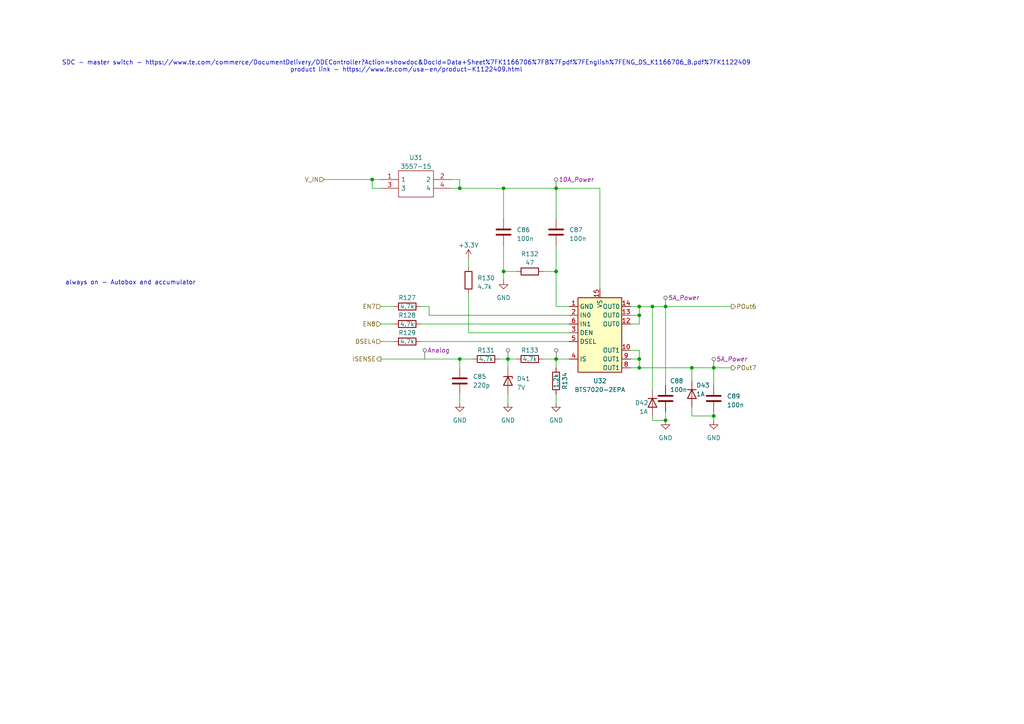
<source format=kicad_sch>
(kicad_sch
	(version 20231120)
	(generator "eeschema")
	(generator_version "8.0")
	(uuid "16f9dbf1-a3cf-49d3-a779-2fdfe894960c")
	(paper "A4")
	(title_block
		(title "PDU FT24")
		(company "Nived Jayaprakash Nambiar ")
		(comment 1 "FasTTUBe Electronics")
	)
	(lib_symbols
		(symbol "3557-15:3557-15"
			(pin_names
				(offset 0.762)
			)
			(exclude_from_sim no)
			(in_bom yes)
			(on_board yes)
			(property "Reference" "U"
				(at 16.51 7.62 0)
				(effects
					(font
						(size 1.27 1.27)
					)
					(justify left)
				)
			)
			(property "Value" "3557-15"
				(at 16.51 5.08 0)
				(effects
					(font
						(size 1.27 1.27)
					)
					(justify left)
				)
			)
			(property "Footprint" "355715"
				(at 16.51 2.54 0)
				(effects
					(font
						(size 1.27 1.27)
					)
					(justify left)
					(hide yes)
				)
			)
			(property "Datasheet" "https://componentsearchengine.com/Datasheets/1/3557-15.pdf"
				(at 16.51 0 0)
				(effects
					(font
						(size 1.27 1.27)
					)
					(justify left)
					(hide yes)
				)
			)
			(property "Description" "Fuse Holder T/H 2 IN 1 AUTO BLDE HOLDER, BLUE 15A"
				(at 16.51 -2.54 0)
				(effects
					(font
						(size 1.27 1.27)
					)
					(justify left)
					(hide yes)
				)
			)
			(property "Height" "7.37"
				(at 16.51 -5.08 0)
				(effects
					(font
						(size 1.27 1.27)
					)
					(justify left)
					(hide yes)
				)
			)
			(property "heisener Part Number" ""
				(at 16.51 -7.62 0)
				(effects
					(font
						(size 1.27 1.27)
					)
					(justify left)
					(hide yes)
				)
			)
			(property "heisener Price/Stock" ""
				(at 16.51 -10.16 0)
				(effects
					(font
						(size 1.27 1.27)
					)
					(justify left)
					(hide yes)
				)
			)
			(property "Manufacturer_Name" "Keystone Electronics"
				(at 16.51 -12.7 0)
				(effects
					(font
						(size 1.27 1.27)
					)
					(justify left)
					(hide yes)
				)
			)
			(property "Manufacturer_Part_Number" "3557-15"
				(at 16.51 -15.24 0)
				(effects
					(font
						(size 1.27 1.27)
					)
					(justify left)
					(hide yes)
				)
			)
			(symbol "3557-15_0_0"
				(pin passive line
					(at 0 0 0)
					(length 5.08)
					(name "1"
						(effects
							(font
								(size 1.27 1.27)
							)
						)
					)
					(number "1"
						(effects
							(font
								(size 1.27 1.27)
							)
						)
					)
				)
				(pin passive line
					(at 20.32 0 180)
					(length 5.08)
					(name "2"
						(effects
							(font
								(size 1.27 1.27)
							)
						)
					)
					(number "2"
						(effects
							(font
								(size 1.27 1.27)
							)
						)
					)
				)
				(pin passive line
					(at 0 -2.54 0)
					(length 5.08)
					(name "3"
						(effects
							(font
								(size 1.27 1.27)
							)
						)
					)
					(number "3"
						(effects
							(font
								(size 1.27 1.27)
							)
						)
					)
				)
				(pin passive line
					(at 20.32 -2.54 180)
					(length 5.08)
					(name "4"
						(effects
							(font
								(size 1.27 1.27)
							)
						)
					)
					(number "4"
						(effects
							(font
								(size 1.27 1.27)
							)
						)
					)
				)
			)
			(symbol "3557-15_0_1"
				(polyline
					(pts
						(xy 5.08 2.54) (xy 15.24 2.54) (xy 15.24 -5.08) (xy 5.08 -5.08) (xy 5.08 2.54)
					)
					(stroke
						(width 0.1524)
						(type solid)
					)
					(fill
						(type none)
					)
				)
			)
		)
		(symbol "Device:C"
			(pin_numbers hide)
			(pin_names
				(offset 0.254)
			)
			(exclude_from_sim no)
			(in_bom yes)
			(on_board yes)
			(property "Reference" "C"
				(at 0.635 2.54 0)
				(effects
					(font
						(size 1.27 1.27)
					)
					(justify left)
				)
			)
			(property "Value" "C"
				(at 0.635 -2.54 0)
				(effects
					(font
						(size 1.27 1.27)
					)
					(justify left)
				)
			)
			(property "Footprint" ""
				(at 0.9652 -3.81 0)
				(effects
					(font
						(size 1.27 1.27)
					)
					(hide yes)
				)
			)
			(property "Datasheet" "~"
				(at 0 0 0)
				(effects
					(font
						(size 1.27 1.27)
					)
					(hide yes)
				)
			)
			(property "Description" "Unpolarized capacitor"
				(at 0 0 0)
				(effects
					(font
						(size 1.27 1.27)
					)
					(hide yes)
				)
			)
			(property "ki_keywords" "cap capacitor"
				(at 0 0 0)
				(effects
					(font
						(size 1.27 1.27)
					)
					(hide yes)
				)
			)
			(property "ki_fp_filters" "C_*"
				(at 0 0 0)
				(effects
					(font
						(size 1.27 1.27)
					)
					(hide yes)
				)
			)
			(symbol "C_0_1"
				(polyline
					(pts
						(xy -2.032 -0.762) (xy 2.032 -0.762)
					)
					(stroke
						(width 0.508)
						(type default)
					)
					(fill
						(type none)
					)
				)
				(polyline
					(pts
						(xy -2.032 0.762) (xy 2.032 0.762)
					)
					(stroke
						(width 0.508)
						(type default)
					)
					(fill
						(type none)
					)
				)
			)
			(symbol "C_1_1"
				(pin passive line
					(at 0 3.81 270)
					(length 2.794)
					(name "~"
						(effects
							(font
								(size 1.27 1.27)
							)
						)
					)
					(number "1"
						(effects
							(font
								(size 1.27 1.27)
							)
						)
					)
				)
				(pin passive line
					(at 0 -3.81 90)
					(length 2.794)
					(name "~"
						(effects
							(font
								(size 1.27 1.27)
							)
						)
					)
					(number "2"
						(effects
							(font
								(size 1.27 1.27)
							)
						)
					)
				)
			)
		)
		(symbol "Device:D"
			(pin_numbers hide)
			(pin_names
				(offset 1.016) hide)
			(exclude_from_sim no)
			(in_bom yes)
			(on_board yes)
			(property "Reference" "D"
				(at 0 2.54 0)
				(effects
					(font
						(size 1.27 1.27)
					)
				)
			)
			(property "Value" "D"
				(at 0 -2.54 0)
				(effects
					(font
						(size 1.27 1.27)
					)
				)
			)
			(property "Footprint" ""
				(at 0 0 0)
				(effects
					(font
						(size 1.27 1.27)
					)
					(hide yes)
				)
			)
			(property "Datasheet" "~"
				(at 0 0 0)
				(effects
					(font
						(size 1.27 1.27)
					)
					(hide yes)
				)
			)
			(property "Description" "Diode"
				(at 0 0 0)
				(effects
					(font
						(size 1.27 1.27)
					)
					(hide yes)
				)
			)
			(property "Sim.Device" "D"
				(at 0 0 0)
				(effects
					(font
						(size 1.27 1.27)
					)
					(hide yes)
				)
			)
			(property "Sim.Pins" "1=K 2=A"
				(at 0 0 0)
				(effects
					(font
						(size 1.27 1.27)
					)
					(hide yes)
				)
			)
			(property "ki_keywords" "diode"
				(at 0 0 0)
				(effects
					(font
						(size 1.27 1.27)
					)
					(hide yes)
				)
			)
			(property "ki_fp_filters" "TO-???* *_Diode_* *SingleDiode* D_*"
				(at 0 0 0)
				(effects
					(font
						(size 1.27 1.27)
					)
					(hide yes)
				)
			)
			(symbol "D_0_1"
				(polyline
					(pts
						(xy -1.27 1.27) (xy -1.27 -1.27)
					)
					(stroke
						(width 0.254)
						(type default)
					)
					(fill
						(type none)
					)
				)
				(polyline
					(pts
						(xy 1.27 0) (xy -1.27 0)
					)
					(stroke
						(width 0)
						(type default)
					)
					(fill
						(type none)
					)
				)
				(polyline
					(pts
						(xy 1.27 1.27) (xy 1.27 -1.27) (xy -1.27 0) (xy 1.27 1.27)
					)
					(stroke
						(width 0.254)
						(type default)
					)
					(fill
						(type none)
					)
				)
			)
			(symbol "D_1_1"
				(pin passive line
					(at -3.81 0 0)
					(length 2.54)
					(name "K"
						(effects
							(font
								(size 1.27 1.27)
							)
						)
					)
					(number "1"
						(effects
							(font
								(size 1.27 1.27)
							)
						)
					)
				)
				(pin passive line
					(at 3.81 0 180)
					(length 2.54)
					(name "A"
						(effects
							(font
								(size 1.27 1.27)
							)
						)
					)
					(number "2"
						(effects
							(font
								(size 1.27 1.27)
							)
						)
					)
				)
			)
		)
		(symbol "Device:D_Zener"
			(pin_numbers hide)
			(pin_names
				(offset 1.016) hide)
			(exclude_from_sim no)
			(in_bom yes)
			(on_board yes)
			(property "Reference" "D"
				(at 0 2.54 0)
				(effects
					(font
						(size 1.27 1.27)
					)
				)
			)
			(property "Value" "D_Zener"
				(at 0 -2.54 0)
				(effects
					(font
						(size 1.27 1.27)
					)
				)
			)
			(property "Footprint" ""
				(at 0 0 0)
				(effects
					(font
						(size 1.27 1.27)
					)
					(hide yes)
				)
			)
			(property "Datasheet" "~"
				(at 0 0 0)
				(effects
					(font
						(size 1.27 1.27)
					)
					(hide yes)
				)
			)
			(property "Description" "Zener diode"
				(at 0 0 0)
				(effects
					(font
						(size 1.27 1.27)
					)
					(hide yes)
				)
			)
			(property "ki_keywords" "diode"
				(at 0 0 0)
				(effects
					(font
						(size 1.27 1.27)
					)
					(hide yes)
				)
			)
			(property "ki_fp_filters" "TO-???* *_Diode_* *SingleDiode* D_*"
				(at 0 0 0)
				(effects
					(font
						(size 1.27 1.27)
					)
					(hide yes)
				)
			)
			(symbol "D_Zener_0_1"
				(polyline
					(pts
						(xy 1.27 0) (xy -1.27 0)
					)
					(stroke
						(width 0)
						(type default)
					)
					(fill
						(type none)
					)
				)
				(polyline
					(pts
						(xy -1.27 -1.27) (xy -1.27 1.27) (xy -0.762 1.27)
					)
					(stroke
						(width 0.254)
						(type default)
					)
					(fill
						(type none)
					)
				)
				(polyline
					(pts
						(xy 1.27 -1.27) (xy 1.27 1.27) (xy -1.27 0) (xy 1.27 -1.27)
					)
					(stroke
						(width 0.254)
						(type default)
					)
					(fill
						(type none)
					)
				)
			)
			(symbol "D_Zener_1_1"
				(pin passive line
					(at -3.81 0 0)
					(length 2.54)
					(name "K"
						(effects
							(font
								(size 1.27 1.27)
							)
						)
					)
					(number "1"
						(effects
							(font
								(size 1.27 1.27)
							)
						)
					)
				)
				(pin passive line
					(at 3.81 0 180)
					(length 2.54)
					(name "A"
						(effects
							(font
								(size 1.27 1.27)
							)
						)
					)
					(number "2"
						(effects
							(font
								(size 1.27 1.27)
							)
						)
					)
				)
			)
		)
		(symbol "Device:R"
			(pin_numbers hide)
			(pin_names
				(offset 0)
			)
			(exclude_from_sim no)
			(in_bom yes)
			(on_board yes)
			(property "Reference" "R"
				(at 2.032 0 90)
				(effects
					(font
						(size 1.27 1.27)
					)
				)
			)
			(property "Value" "R"
				(at 0 0 90)
				(effects
					(font
						(size 1.27 1.27)
					)
				)
			)
			(property "Footprint" ""
				(at -1.778 0 90)
				(effects
					(font
						(size 1.27 1.27)
					)
					(hide yes)
				)
			)
			(property "Datasheet" "~"
				(at 0 0 0)
				(effects
					(font
						(size 1.27 1.27)
					)
					(hide yes)
				)
			)
			(property "Description" "Resistor"
				(at 0 0 0)
				(effects
					(font
						(size 1.27 1.27)
					)
					(hide yes)
				)
			)
			(property "ki_keywords" "R res resistor"
				(at 0 0 0)
				(effects
					(font
						(size 1.27 1.27)
					)
					(hide yes)
				)
			)
			(property "ki_fp_filters" "R_*"
				(at 0 0 0)
				(effects
					(font
						(size 1.27 1.27)
					)
					(hide yes)
				)
			)
			(symbol "R_0_1"
				(rectangle
					(start -1.016 -2.54)
					(end 1.016 2.54)
					(stroke
						(width 0.254)
						(type default)
					)
					(fill
						(type none)
					)
				)
			)
			(symbol "R_1_1"
				(pin passive line
					(at 0 3.81 270)
					(length 1.27)
					(name "~"
						(effects
							(font
								(size 1.27 1.27)
							)
						)
					)
					(number "1"
						(effects
							(font
								(size 1.27 1.27)
							)
						)
					)
				)
				(pin passive line
					(at 0 -3.81 90)
					(length 1.27)
					(name "~"
						(effects
							(font
								(size 1.27 1.27)
							)
						)
					)
					(number "2"
						(effects
							(font
								(size 1.27 1.27)
							)
						)
					)
				)
			)
		)
		(symbol "PROFET:BTS7020-2EPA"
			(exclude_from_sim no)
			(in_bom yes)
			(on_board yes)
			(property "Reference" "U32"
				(at 0 -13.97 0)
				(effects
					(font
						(size 1.27 1.27)
					)
				)
			)
			(property "Value" "BTS7020-2EPA"
				(at 0 -16.51 0)
				(effects
					(font
						(size 1.27 1.27)
					)
				)
			)
			(property "Footprint" "Package_SO:Infineon_PG-TSDSO-14-22"
				(at -22.86 -12.7 0)
				(effects
					(font
						(size 1.27 1.27)
					)
					(hide yes)
				)
			)
			(property "Datasheet" "https://www.infineon.com/dgdl/Infineon-BTS7020-2EPA-DataSheet-v01_10-EN.pdf?fileId=5546d4625ee5d4cd015f10627dfb6ca3"
				(at -3.81 -19.05 0)
				(effects
					(font
						(size 1.27 1.27)
					)
					(hide yes)
				)
			)
			(property "Description" "Smart High-Side Power Switch, PROFET, Two Channel, 12V, 5A, Rds(on) 23.7mΩ, PG-TSDSO-14-22"
				(at 0 0 0)
				(effects
					(font
						(size 1.27 1.27)
					)
					(hide yes)
				)
			)
			(property "ki_keywords" "BTS7004"
				(at 0 0 0)
				(effects
					(font
						(size 1.27 1.27)
					)
					(hide yes)
				)
			)
			(property "ki_fp_filters" "Infineon*TSDSO*22*"
				(at 0 0 0)
				(effects
					(font
						(size 1.27 1.27)
					)
					(hide yes)
				)
			)
			(symbol "BTS7020-2EPA_0_0"
				(pin input line
					(at -8.89 -2.54 0)
					(length 2.54)
					(name "DSEL"
						(effects
							(font
								(size 1.27 1.27)
							)
						)
					)
					(number "5"
						(effects
							(font
								(size 1.27 1.27)
							)
						)
					)
				)
				(pin input line
					(at -8.89 2.54 0)
					(length 2.54)
					(name "IN1"
						(effects
							(font
								(size 1.27 1.27)
							)
						)
					)
					(number "6"
						(effects
							(font
								(size 1.27 1.27)
							)
						)
					)
				)
			)
			(symbol "BTS7020-2EPA_0_1"
				(rectangle
					(start -6.35 10.16)
					(end 6.35 -11.43)
					(stroke
						(width 0.254)
						(type default)
					)
					(fill
						(type background)
					)
				)
			)
			(symbol "BTS7020-2EPA_1_1"
				(pin power_out line
					(at -8.89 7.62 0)
					(length 2.54)
					(name "GND"
						(effects
							(font
								(size 1.27 1.27)
							)
						)
					)
					(number "1"
						(effects
							(font
								(size 1.27 1.27)
							)
						)
					)
				)
				(pin passive line
					(at 8.89 -5.08 180)
					(length 2.54)
					(name "OUT1"
						(effects
							(font
								(size 1.27 1.27)
							)
						)
					)
					(number "10"
						(effects
							(font
								(size 1.27 1.27)
							)
						)
					)
				)
				(pin no_connect line
					(at 8.89 -1.27 180)
					(length 2.54) hide
					(name "NC"
						(effects
							(font
								(size 1.27 1.27)
							)
						)
					)
					(number "11"
						(effects
							(font
								(size 1.27 1.27)
							)
						)
					)
				)
				(pin passive line
					(at 8.89 2.54 180)
					(length 2.54)
					(name "OUT0"
						(effects
							(font
								(size 1.27 1.27)
							)
						)
					)
					(number "12"
						(effects
							(font
								(size 1.27 1.27)
							)
						)
					)
				)
				(pin passive line
					(at 8.89 5.08 180)
					(length 2.54)
					(name "OUT0"
						(effects
							(font
								(size 1.27 1.27)
							)
						)
					)
					(number "13"
						(effects
							(font
								(size 1.27 1.27)
							)
						)
					)
				)
				(pin output line
					(at 8.89 7.62 180)
					(length 2.54)
					(name "OUT0"
						(effects
							(font
								(size 1.27 1.27)
							)
						)
					)
					(number "14"
						(effects
							(font
								(size 1.27 1.27)
							)
						)
					)
				)
				(pin input line
					(at 0 12.7 270)
					(length 2.54)
					(name "VS"
						(effects
							(font
								(size 1.27 1.27)
							)
						)
					)
					(number "15"
						(effects
							(font
								(size 1.27 1.27)
							)
						)
					)
				)
				(pin input line
					(at -8.89 5.08 0)
					(length 2.54)
					(name "IN0"
						(effects
							(font
								(size 1.27 1.27)
							)
						)
					)
					(number "2"
						(effects
							(font
								(size 1.27 1.27)
							)
						)
					)
				)
				(pin input line
					(at -8.89 0 0)
					(length 2.54)
					(name "DEN"
						(effects
							(font
								(size 1.27 1.27)
							)
						)
					)
					(number "3"
						(effects
							(font
								(size 1.27 1.27)
							)
						)
					)
				)
				(pin output line
					(at -8.89 -7.62 0)
					(length 2.54)
					(name "IS"
						(effects
							(font
								(size 1.27 1.27)
							)
						)
					)
					(number "4"
						(effects
							(font
								(size 1.27 1.27)
							)
						)
					)
				)
				(pin no_connect line
					(at -8.89 -10.16 0)
					(length 2.54) hide
					(name "NC"
						(effects
							(font
								(size 1.27 1.27)
							)
						)
					)
					(number "7"
						(effects
							(font
								(size 1.27 1.27)
							)
						)
					)
				)
				(pin output line
					(at 8.89 -10.16 180)
					(length 2.54)
					(name "OUT1"
						(effects
							(font
								(size 1.27 1.27)
							)
						)
					)
					(number "8"
						(effects
							(font
								(size 1.27 1.27)
							)
						)
					)
				)
				(pin passive line
					(at 8.89 -7.62 180)
					(length 2.54)
					(name "OUT1"
						(effects
							(font
								(size 1.27 1.27)
							)
						)
					)
					(number "9"
						(effects
							(font
								(size 1.27 1.27)
							)
						)
					)
				)
			)
		)
		(symbol "power:+3.3V"
			(power)
			(pin_names
				(offset 0)
			)
			(exclude_from_sim no)
			(in_bom yes)
			(on_board yes)
			(property "Reference" "#PWR"
				(at 0 -3.81 0)
				(effects
					(font
						(size 1.27 1.27)
					)
					(hide yes)
				)
			)
			(property "Value" "+3.3V"
				(at 0 3.556 0)
				(effects
					(font
						(size 1.27 1.27)
					)
				)
			)
			(property "Footprint" ""
				(at 0 0 0)
				(effects
					(font
						(size 1.27 1.27)
					)
					(hide yes)
				)
			)
			(property "Datasheet" ""
				(at 0 0 0)
				(effects
					(font
						(size 1.27 1.27)
					)
					(hide yes)
				)
			)
			(property "Description" "Power symbol creates a global label with name \"+3.3V\""
				(at 0 0 0)
				(effects
					(font
						(size 1.27 1.27)
					)
					(hide yes)
				)
			)
			(property "ki_keywords" "global power"
				(at 0 0 0)
				(effects
					(font
						(size 1.27 1.27)
					)
					(hide yes)
				)
			)
			(symbol "+3.3V_0_1"
				(polyline
					(pts
						(xy -0.762 1.27) (xy 0 2.54)
					)
					(stroke
						(width 0)
						(type default)
					)
					(fill
						(type none)
					)
				)
				(polyline
					(pts
						(xy 0 0) (xy 0 2.54)
					)
					(stroke
						(width 0)
						(type default)
					)
					(fill
						(type none)
					)
				)
				(polyline
					(pts
						(xy 0 2.54) (xy 0.762 1.27)
					)
					(stroke
						(width 0)
						(type default)
					)
					(fill
						(type none)
					)
				)
			)
			(symbol "+3.3V_1_1"
				(pin power_in line
					(at 0 0 90)
					(length 0) hide
					(name "+3.3V"
						(effects
							(font
								(size 1.27 1.27)
							)
						)
					)
					(number "1"
						(effects
							(font
								(size 1.27 1.27)
							)
						)
					)
				)
			)
		)
		(symbol "power:GND"
			(power)
			(pin_names
				(offset 0)
			)
			(exclude_from_sim no)
			(in_bom yes)
			(on_board yes)
			(property "Reference" "#PWR"
				(at 0 -6.35 0)
				(effects
					(font
						(size 1.27 1.27)
					)
					(hide yes)
				)
			)
			(property "Value" "GND"
				(at 0 -3.81 0)
				(effects
					(font
						(size 1.27 1.27)
					)
				)
			)
			(property "Footprint" ""
				(at 0 0 0)
				(effects
					(font
						(size 1.27 1.27)
					)
					(hide yes)
				)
			)
			(property "Datasheet" ""
				(at 0 0 0)
				(effects
					(font
						(size 1.27 1.27)
					)
					(hide yes)
				)
			)
			(property "Description" "Power symbol creates a global label with name \"GND\" , ground"
				(at 0 0 0)
				(effects
					(font
						(size 1.27 1.27)
					)
					(hide yes)
				)
			)
			(property "ki_keywords" "global power"
				(at 0 0 0)
				(effects
					(font
						(size 1.27 1.27)
					)
					(hide yes)
				)
			)
			(symbol "GND_0_1"
				(polyline
					(pts
						(xy 0 0) (xy 0 -1.27) (xy 1.27 -1.27) (xy 0 -2.54) (xy -1.27 -1.27) (xy 0 -1.27)
					)
					(stroke
						(width 0)
						(type default)
					)
					(fill
						(type none)
					)
				)
			)
			(symbol "GND_1_1"
				(pin power_in line
					(at 0 0 270)
					(length 0) hide
					(name "GND"
						(effects
							(font
								(size 1.27 1.27)
							)
						)
					)
					(number "1"
						(effects
							(font
								(size 1.27 1.27)
							)
						)
					)
				)
			)
		)
	)
	(junction
		(at 161.29 104.14)
		(diameter 0)
		(color 0 0 0 0)
		(uuid "043fae29-32ea-4263-84da-1ac11e65a934")
	)
	(junction
		(at 107.95 52.07)
		(diameter 0)
		(color 0 0 0 0)
		(uuid "11e30cdc-7b49-47de-830e-b45d9c006f40")
	)
	(junction
		(at 185.42 104.14)
		(diameter 0)
		(color 0 0 0 0)
		(uuid "248d61b5-542e-40b7-afaf-3a5e19d8b17a")
	)
	(junction
		(at 207.01 120.65)
		(diameter 0)
		(color 0 0 0 0)
		(uuid "28399d1c-9385-4540-b360-b0f7591b9450")
	)
	(junction
		(at 161.29 54.61)
		(diameter 0)
		(color 0 0 0 0)
		(uuid "355bffb6-d137-42d9-9e99-9c97c751e71f")
	)
	(junction
		(at 133.35 54.61)
		(diameter 0)
		(color 0 0 0 0)
		(uuid "45d2a6f4-306f-4f6f-af75-7fa61b7b035c")
	)
	(junction
		(at 200.66 106.68)
		(diameter 0)
		(color 0 0 0 0)
		(uuid "5b1cec53-847c-4954-8dd6-c35782e78c55")
	)
	(junction
		(at 147.32 104.14)
		(diameter 0)
		(color 0 0 0 0)
		(uuid "8b370fdc-025e-4a28-9f04-14b9809ff4be")
	)
	(junction
		(at 189.23 88.9)
		(diameter 0)
		(color 0 0 0 0)
		(uuid "8e433090-154f-4624-afe3-64f27094f804")
	)
	(junction
		(at 146.05 54.61)
		(diameter 0)
		(color 0 0 0 0)
		(uuid "941bcaae-5c06-4969-9a50-9bcb9ae3b649")
	)
	(junction
		(at 161.29 78.74)
		(diameter 0)
		(color 0 0 0 0)
		(uuid "967e1b58-51ee-4631-9f0c-65afbe4dac43")
	)
	(junction
		(at 185.42 88.9)
		(diameter 0)
		(color 0 0 0 0)
		(uuid "abceb5dd-b25a-48b9-82bc-7f589660bfa5")
	)
	(junction
		(at 193.04 88.9)
		(diameter 0)
		(color 0 0 0 0)
		(uuid "aeea62ab-c507-41d8-8004-d5b65df83cbf")
	)
	(junction
		(at 146.05 78.74)
		(diameter 0)
		(color 0 0 0 0)
		(uuid "c4c2d4d4-0587-4119-9e24-7b83e336c532")
	)
	(junction
		(at 185.42 91.44)
		(diameter 0)
		(color 0 0 0 0)
		(uuid "c89ef64e-189e-455f-89fa-00b5a60b1aca")
	)
	(junction
		(at 207.01 106.68)
		(diameter 0)
		(color 0 0 0 0)
		(uuid "ca80770b-9eaa-4a51-82a5-70c797f91356")
	)
	(junction
		(at 133.35 104.14)
		(diameter 0)
		(color 0 0 0 0)
		(uuid "cc5538a9-da87-4c50-97d1-01b0dde76e46")
	)
	(junction
		(at 193.04 121.92)
		(diameter 0)
		(color 0 0 0 0)
		(uuid "ee052f7d-3aac-45e8-adde-9d213d6b523a")
	)
	(junction
		(at 185.42 106.68)
		(diameter 0)
		(color 0 0 0 0)
		(uuid "fb011c14-0050-4619-908b-d32fe833825c")
	)
	(wire
		(pts
			(xy 133.35 52.07) (xy 133.35 54.61)
		)
		(stroke
			(width 0)
			(type default)
		)
		(uuid "00e2ddc7-fa04-4774-aed0-a28331665e84")
	)
	(wire
		(pts
			(xy 147.32 106.68) (xy 147.32 104.14)
		)
		(stroke
			(width 0)
			(type default)
		)
		(uuid "07e9c6e2-2581-48ec-b597-7d937067e46c")
	)
	(wire
		(pts
			(xy 161.29 71.12) (xy 161.29 78.74)
		)
		(stroke
			(width 0)
			(type default)
		)
		(uuid "0ce7b8f6-e394-4e2e-bad7-fa0bbc00deb0")
	)
	(wire
		(pts
			(xy 182.88 104.14) (xy 185.42 104.14)
		)
		(stroke
			(width 0)
			(type default)
		)
		(uuid "119db3e1-e35a-40ae-a6c9-45749747ff45")
	)
	(wire
		(pts
			(xy 207.01 106.68) (xy 207.01 111.76)
		)
		(stroke
			(width 0)
			(type default)
		)
		(uuid "1300259e-6486-4f99-8e9c-634b99dc68f0")
	)
	(wire
		(pts
			(xy 185.42 106.68) (xy 185.42 104.14)
		)
		(stroke
			(width 0)
			(type default)
		)
		(uuid "13b1a85e-1c40-4c40-ad3e-d447fbf995dc")
	)
	(wire
		(pts
			(xy 161.29 106.68) (xy 161.29 104.14)
		)
		(stroke
			(width 0)
			(type default)
		)
		(uuid "1643e49e-d2b1-44dd-8aee-e5a0f2c96f2c")
	)
	(wire
		(pts
			(xy 110.49 99.06) (xy 114.3 99.06)
		)
		(stroke
			(width 0)
			(type default)
		)
		(uuid "170dba6e-44d5-46fb-a20f-0aa3c36f61f8")
	)
	(wire
		(pts
			(xy 189.23 88.9) (xy 189.23 113.03)
		)
		(stroke
			(width 0)
			(type default)
		)
		(uuid "1d789481-5809-448d-af30-2ddbb6284cfe")
	)
	(wire
		(pts
			(xy 121.92 99.06) (xy 165.1 99.06)
		)
		(stroke
			(width 0)
			(type default)
		)
		(uuid "20a8fec8-5fb1-4b26-a633-024285ba178c")
	)
	(wire
		(pts
			(xy 147.32 104.14) (xy 144.78 104.14)
		)
		(stroke
			(width 0)
			(type default)
		)
		(uuid "2ca65fed-54da-4ebd-a518-2a56b280ea1d")
	)
	(wire
		(pts
			(xy 200.66 118.11) (xy 200.66 120.65)
		)
		(stroke
			(width 0)
			(type default)
		)
		(uuid "2d4e40c2-4970-4a59-afcd-9befe6325346")
	)
	(wire
		(pts
			(xy 207.01 106.68) (xy 212.09 106.68)
		)
		(stroke
			(width 0)
			(type default)
		)
		(uuid "2ddca8d7-bfb3-45de-8b30-2ac7e5293c83")
	)
	(wire
		(pts
			(xy 185.42 88.9) (xy 182.88 88.9)
		)
		(stroke
			(width 0)
			(type default)
		)
		(uuid "333b3325-c413-48c1-87cb-e4793b5f3b3c")
	)
	(wire
		(pts
			(xy 107.95 54.61) (xy 107.95 52.07)
		)
		(stroke
			(width 0)
			(type default)
		)
		(uuid "37a3afd8-1fb9-488e-b381-d902658f2965")
	)
	(wire
		(pts
			(xy 185.42 101.6) (xy 182.88 101.6)
		)
		(stroke
			(width 0)
			(type default)
		)
		(uuid "398dd5cf-9411-435f-8654-30dcd79b5d05")
	)
	(wire
		(pts
			(xy 165.1 88.9) (xy 161.29 88.9)
		)
		(stroke
			(width 0)
			(type default)
		)
		(uuid "3ce65e43-391a-4f11-b757-b5d04b814e0d")
	)
	(wire
		(pts
			(xy 185.42 88.9) (xy 189.23 88.9)
		)
		(stroke
			(width 0)
			(type default)
		)
		(uuid "4a3e57c4-8a93-4853-a1e0-83a7c1592840")
	)
	(wire
		(pts
			(xy 146.05 78.74) (xy 146.05 71.12)
		)
		(stroke
			(width 0)
			(type default)
		)
		(uuid "4b4b7414-1edf-4431-88a9-e58ef11ea7ab")
	)
	(wire
		(pts
			(xy 207.01 120.65) (xy 207.01 121.92)
		)
		(stroke
			(width 0)
			(type default)
		)
		(uuid "4c919128-d35d-4585-9112-f5f0604e5171")
	)
	(wire
		(pts
			(xy 135.89 85.09) (xy 135.89 96.52)
		)
		(stroke
			(width 0)
			(type default)
		)
		(uuid "4ea6d8a5-4a2a-47ac-baf7-51ae46275c05")
	)
	(wire
		(pts
			(xy 147.32 104.14) (xy 149.86 104.14)
		)
		(stroke
			(width 0)
			(type default)
		)
		(uuid "54f0c75a-5e3b-47aa-90b8-9d02835aaffc")
	)
	(wire
		(pts
			(xy 130.81 52.07) (xy 133.35 52.07)
		)
		(stroke
			(width 0)
			(type default)
		)
		(uuid "56b5f3fd-b7c6-4c8f-a335-fd109bdcba54")
	)
	(wire
		(pts
			(xy 133.35 114.3) (xy 133.35 116.84)
		)
		(stroke
			(width 0)
			(type default)
		)
		(uuid "6385ded1-72dc-4655-aaf2-49b7c577705b")
	)
	(wire
		(pts
			(xy 161.29 54.61) (xy 161.29 63.5)
		)
		(stroke
			(width 0)
			(type default)
		)
		(uuid "6416350a-0bbb-4482-9208-20533234006c")
	)
	(wire
		(pts
			(xy 193.04 88.9) (xy 193.04 111.76)
		)
		(stroke
			(width 0)
			(type default)
		)
		(uuid "6618200a-a53a-480c-a2cb-268461dc08e8")
	)
	(wire
		(pts
			(xy 124.46 91.44) (xy 124.46 88.9)
		)
		(stroke
			(width 0)
			(type default)
		)
		(uuid "66348fb2-a012-4416-bd72-80babac8bc32")
	)
	(wire
		(pts
			(xy 182.88 93.98) (xy 185.42 93.98)
		)
		(stroke
			(width 0)
			(type default)
		)
		(uuid "69d8e632-ca1a-444d-b5c0-922ff911e573")
	)
	(wire
		(pts
			(xy 146.05 54.61) (xy 161.29 54.61)
		)
		(stroke
			(width 0)
			(type default)
		)
		(uuid "6ae8820f-d7c9-4be7-91da-50872cb94282")
	)
	(wire
		(pts
			(xy 161.29 54.61) (xy 173.99 54.61)
		)
		(stroke
			(width 0)
			(type default)
		)
		(uuid "6d3d9ac1-5a29-49bb-b862-c17dad6fff4a")
	)
	(wire
		(pts
			(xy 189.23 120.65) (xy 189.23 121.92)
		)
		(stroke
			(width 0)
			(type default)
		)
		(uuid "70800376-38ab-4411-930a-3cff42de756b")
	)
	(wire
		(pts
			(xy 182.88 91.44) (xy 185.42 91.44)
		)
		(stroke
			(width 0)
			(type default)
		)
		(uuid "78547b76-6f25-4b2d-8c6d-f85582842fac")
	)
	(wire
		(pts
			(xy 146.05 78.74) (xy 146.05 81.28)
		)
		(stroke
			(width 0)
			(type default)
		)
		(uuid "79f4c513-2c97-47ab-8676-569329de856c")
	)
	(wire
		(pts
			(xy 165.1 96.52) (xy 135.89 96.52)
		)
		(stroke
			(width 0)
			(type default)
		)
		(uuid "80e54df7-02fc-4585-9d1a-c3cf05f789b2")
	)
	(wire
		(pts
			(xy 110.49 104.14) (xy 133.35 104.14)
		)
		(stroke
			(width 0)
			(type default)
		)
		(uuid "85333a36-fc92-4b31-9885-8b0349c6887e")
	)
	(wire
		(pts
			(xy 161.29 104.14) (xy 157.48 104.14)
		)
		(stroke
			(width 0)
			(type default)
		)
		(uuid "865a3df7-ead9-48d3-ae59-5deeeddcddd4")
	)
	(wire
		(pts
			(xy 161.29 78.74) (xy 161.29 88.9)
		)
		(stroke
			(width 0)
			(type default)
		)
		(uuid "8adc5ef1-5353-4a4d-83cc-ae840cd2d700")
	)
	(wire
		(pts
			(xy 135.89 74.93) (xy 135.89 77.47)
		)
		(stroke
			(width 0)
			(type default)
		)
		(uuid "8df4066d-1a55-4de1-85cd-a5ed52441838")
	)
	(wire
		(pts
			(xy 185.42 91.44) (xy 185.42 88.9)
		)
		(stroke
			(width 0)
			(type default)
		)
		(uuid "8f764984-154d-4b80-902d-358bcd65782f")
	)
	(wire
		(pts
			(xy 147.32 114.3) (xy 147.32 116.84)
		)
		(stroke
			(width 0)
			(type default)
		)
		(uuid "93256001-a074-447c-ad5b-476c17680a85")
	)
	(wire
		(pts
			(xy 200.66 106.68) (xy 200.66 110.49)
		)
		(stroke
			(width 0)
			(type default)
		)
		(uuid "98cc2ab8-6a52-4347-b749-531d0a30e995")
	)
	(wire
		(pts
			(xy 110.49 88.9) (xy 114.3 88.9)
		)
		(stroke
			(width 0)
			(type default)
		)
		(uuid "9d049d0e-5fc6-420c-aa7c-b5f252bb7b61")
	)
	(wire
		(pts
			(xy 146.05 54.61) (xy 146.05 63.5)
		)
		(stroke
			(width 0)
			(type default)
		)
		(uuid "9d0e7bf4-b271-460e-8bb5-f4395f30ee7f")
	)
	(wire
		(pts
			(xy 189.23 88.9) (xy 193.04 88.9)
		)
		(stroke
			(width 0)
			(type default)
		)
		(uuid "9e6f6f7d-4ad3-40dc-9a83-b89042b039df")
	)
	(wire
		(pts
			(xy 157.48 78.74) (xy 161.29 78.74)
		)
		(stroke
			(width 0)
			(type default)
		)
		(uuid "a24ec90a-3267-4838-8ce1-240c6bda6c38")
	)
	(wire
		(pts
			(xy 133.35 104.14) (xy 133.35 106.68)
		)
		(stroke
			(width 0)
			(type default)
		)
		(uuid "a49543bf-3283-474b-859c-f5663f55ee1a")
	)
	(wire
		(pts
			(xy 182.88 106.68) (xy 185.42 106.68)
		)
		(stroke
			(width 0)
			(type default)
		)
		(uuid "a9d28c7f-5952-445d-be13-916ab21224da")
	)
	(wire
		(pts
			(xy 185.42 106.68) (xy 200.66 106.68)
		)
		(stroke
			(width 0)
			(type default)
		)
		(uuid "b20e31ce-be04-4879-b4ec-3175b3aa24bb")
	)
	(wire
		(pts
			(xy 130.81 54.61) (xy 133.35 54.61)
		)
		(stroke
			(width 0)
			(type default)
		)
		(uuid "b24fa084-8c51-4206-9c97-4eb2734cf41f")
	)
	(wire
		(pts
			(xy 161.29 114.3) (xy 161.29 116.84)
		)
		(stroke
			(width 0)
			(type default)
		)
		(uuid "b4feb049-3d15-4172-8613-1bdc37b26c4a")
	)
	(wire
		(pts
			(xy 137.16 104.14) (xy 133.35 104.14)
		)
		(stroke
			(width 0)
			(type default)
		)
		(uuid "b86ac7e7-ce93-4a31-a9cf-8aaa639171d7")
	)
	(wire
		(pts
			(xy 107.95 52.07) (xy 110.49 52.07)
		)
		(stroke
			(width 0)
			(type default)
		)
		(uuid "bc52eb17-9adc-4e37-85cc-ce289fa273ef")
	)
	(wire
		(pts
			(xy 161.29 104.14) (xy 165.1 104.14)
		)
		(stroke
			(width 0)
			(type default)
		)
		(uuid "c1ecc4e5-95f7-45d8-8f07-f84a34983291")
	)
	(wire
		(pts
			(xy 93.98 52.07) (xy 107.95 52.07)
		)
		(stroke
			(width 0)
			(type default)
		)
		(uuid "c627e73c-1acf-44dc-a84a-26ff3f30b353")
	)
	(wire
		(pts
			(xy 173.99 54.61) (xy 173.99 83.82)
		)
		(stroke
			(width 0)
			(type default)
		)
		(uuid "c92edc5b-9ef6-4ede-8555-499161e8afd9")
	)
	(wire
		(pts
			(xy 185.42 104.14) (xy 185.42 101.6)
		)
		(stroke
			(width 0)
			(type default)
		)
		(uuid "c9ba0b88-153b-450c-9a94-b151d2e5edb8")
	)
	(wire
		(pts
			(xy 185.42 93.98) (xy 185.42 91.44)
		)
		(stroke
			(width 0)
			(type default)
		)
		(uuid "cd9b6e43-acbc-4cc8-8b41-e95b55fcabde")
	)
	(wire
		(pts
			(xy 207.01 119.38) (xy 207.01 120.65)
		)
		(stroke
			(width 0)
			(type default)
		)
		(uuid "d187b3ac-a978-4e63-b506-92e95d1ee199")
	)
	(wire
		(pts
			(xy 193.04 88.9) (xy 212.09 88.9)
		)
		(stroke
			(width 0)
			(type default)
		)
		(uuid "d4251b5e-87ac-4649-a5a8-46e01487d24e")
	)
	(wire
		(pts
			(xy 193.04 119.38) (xy 193.04 121.92)
		)
		(stroke
			(width 0)
			(type default)
		)
		(uuid "d9d9be31-df5e-4892-bcd4-30ce57b7eb78")
	)
	(wire
		(pts
			(xy 121.92 93.98) (xy 165.1 93.98)
		)
		(stroke
			(width 0)
			(type default)
		)
		(uuid "daf6cdbb-9e94-470a-a2eb-d3d7b20c4c04")
	)
	(wire
		(pts
			(xy 133.35 54.61) (xy 146.05 54.61)
		)
		(stroke
			(width 0)
			(type default)
		)
		(uuid "dc1796ec-56d9-4cfb-93b2-4f01fb399767")
	)
	(wire
		(pts
			(xy 149.86 78.74) (xy 146.05 78.74)
		)
		(stroke
			(width 0)
			(type default)
		)
		(uuid "e79bf92f-af61-4467-91c4-676dbf47e645")
	)
	(wire
		(pts
			(xy 110.49 93.98) (xy 114.3 93.98)
		)
		(stroke
			(width 0)
			(type default)
		)
		(uuid "e79d8cf4-14e8-4181-83f1-a5a56de5c9f2")
	)
	(wire
		(pts
			(xy 200.66 106.68) (xy 207.01 106.68)
		)
		(stroke
			(width 0)
			(type default)
		)
		(uuid "e9deaf97-f84c-4601-aad1-50151df4c012")
	)
	(wire
		(pts
			(xy 124.46 88.9) (xy 121.92 88.9)
		)
		(stroke
			(width 0)
			(type default)
		)
		(uuid "ea48ebd1-8a50-438a-a891-1a5223caf653")
	)
	(wire
		(pts
			(xy 200.66 120.65) (xy 207.01 120.65)
		)
		(stroke
			(width 0)
			(type default)
		)
		(uuid "f069f91b-af1e-4765-9306-e1484ff9e7dd")
	)
	(wire
		(pts
			(xy 110.49 54.61) (xy 107.95 54.61)
		)
		(stroke
			(width 0)
			(type default)
		)
		(uuid "f8577c97-b146-4363-bf16-2bc26ae140eb")
	)
	(wire
		(pts
			(xy 189.23 121.92) (xy 193.04 121.92)
		)
		(stroke
			(width 0)
			(type default)
		)
		(uuid "fd4b06cb-11cc-442f-b048-28dfd5a02dcc")
	)
	(wire
		(pts
			(xy 165.1 91.44) (xy 124.46 91.44)
		)
		(stroke
			(width 0)
			(type default)
		)
		(uuid "fe3ebc23-ad3a-42d0-8151-1f61dc79d617")
	)
	(text "always on - Autobox and accumulator"
		(exclude_from_sim no)
		(at 37.846 82.042 0)
		(effects
			(font
				(size 1.27 1.27)
			)
		)
		(uuid "1d27c124-036a-407e-bf24-e5140503211c")
	)
	(text "SDC - master switch - https://www.te.com/commerce/DocumentDelivery/DDEController?Action=showdoc&DocId=Data+Sheet%7FK1166706%7FB%7Fpdf%7FEnglish%7FENG_DS_K1166706_B.pdf%7FK1122409\nproduct link - https://www.te.com/usa-en/product-K1122409.html\n\n"
		(exclude_from_sim no)
		(at 117.856 20.32 0)
		(effects
			(font
				(size 1.27 1.27)
			)
		)
		(uuid "780f756e-ee46-4630-b834-2522c2fe14f2")
	)
	(hierarchical_label "ISENSE"
		(shape output)
		(at 110.49 104.14 180)
		(fields_autoplaced yes)
		(effects
			(font
				(size 1.27 1.27)
			)
			(justify right)
		)
		(uuid "520e7f31-b4f6-4af4-980d-9faa5daf76c2")
	)
	(hierarchical_label "DSEL4"
		(shape input)
		(at 110.49 99.06 180)
		(fields_autoplaced yes)
		(effects
			(font
				(size 1.27 1.27)
			)
			(justify right)
		)
		(uuid "6964dda1-8fb3-4c76-9612-991739d746a5")
	)
	(hierarchical_label "POut6"
		(shape output)
		(at 212.09 88.9 0)
		(fields_autoplaced yes)
		(effects
			(font
				(size 1.27 1.27)
			)
			(justify left)
		)
		(uuid "6e8a11b7-599a-4765-a187-636ab51e4201")
	)
	(hierarchical_label "EN7"
		(shape input)
		(at 110.49 88.9 180)
		(fields_autoplaced yes)
		(effects
			(font
				(size 1.27 1.27)
			)
			(justify right)
		)
		(uuid "84b9428b-62af-4af7-9a65-2f6b066f0832")
	)
	(hierarchical_label "POut7"
		(shape output)
		(at 212.09 106.68 0)
		(fields_autoplaced yes)
		(effects
			(font
				(size 1.27 1.27)
			)
			(justify left)
		)
		(uuid "aa49a940-acd9-4ed8-9797-954cbe659d7f")
	)
	(hierarchical_label "EN8"
		(shape input)
		(at 110.49 93.98 180)
		(fields_autoplaced yes)
		(effects
			(font
				(size 1.27 1.27)
			)
			(justify right)
		)
		(uuid "c3427c47-4f7a-4e93-9a62-c7c5e5f55517")
	)
	(hierarchical_label "V_IN"
		(shape input)
		(at 93.98 52.07 180)
		(fields_autoplaced yes)
		(effects
			(font
				(size 1.27 1.27)
			)
			(justify right)
		)
		(uuid "e4a62f01-b0c1-41d0-861c-a1881077cd19")
	)
	(netclass_flag ""
		(length 2.54)
		(shape round)
		(at 161.29 54.61 0)
		(fields_autoplaced yes)
		(effects
			(font
				(size 1.27 1.27)
			)
			(justify left bottom)
		)
		(uuid "23345eb4-5fd8-4603-9658-36f0a4e0b6b2")
		(property "Netclass" "10A_Power"
			(at 161.9885 52.07 0)
			(effects
				(font
					(size 1.27 1.27)
					(italic yes)
				)
				(justify left)
			)
		)
	)
	(netclass_flag ""
		(length 2.54)
		(shape round)
		(at 161.3351 104.14 0)
		(fields_autoplaced yes)
		(effects
			(font
				(size 1.27 1.27)
			)
			(justify left bottom)
		)
		(uuid "65fd61a1-fbd4-4c94-a55a-d3e9c99fe51c")
		(property "Netclass" "Analog"
			(at 162.0336 101.6 0)
			(effects
				(font
					(size 1.27 1.27)
					(italic yes)
				)
				(justify left)
				(hide yes)
			)
		)
	)
	(netclass_flag ""
		(length 2.54)
		(shape round)
		(at 123.19 104.14 0)
		(fields_autoplaced yes)
		(effects
			(font
				(size 1.27 1.27)
			)
			(justify left bottom)
		)
		(uuid "a73b249f-6aa6-4659-9fa2-748ecb5f8131")
		(property "Netclass" "Analog"
			(at 123.8885 101.6 0)
			(effects
				(font
					(size 1.27 1.27)
					(italic yes)
				)
				(justify left)
			)
		)
	)
	(netclass_flag ""
		(length 2.54)
		(shape round)
		(at 193.04 88.9 0)
		(fields_autoplaced yes)
		(effects
			(font
				(size 1.27 1.27)
			)
			(justify left bottom)
		)
		(uuid "f8ef5418-6722-4131-941e-19b1d2394169")
		(property "Netclass" "5A_Power"
			(at 193.7385 86.36 0)
			(effects
				(font
					(size 1.27 1.27)
					(italic yes)
				)
				(justify left)
			)
		)
	)
	(netclass_flag ""
		(length 2.54)
		(shape round)
		(at 207.01 106.68 0)
		(fields_autoplaced yes)
		(effects
			(font
				(size 1.27 1.27)
			)
			(justify left bottom)
		)
		(uuid "fa3cc48a-9949-4169-927d-46260bd65db8")
		(property "Netclass" "5A_Power"
			(at 207.7085 104.14 0)
			(effects
				(font
					(size 1.27 1.27)
					(italic yes)
				)
				(justify left)
			)
		)
	)
	(netclass_flag ""
		(length 2.54)
		(shape round)
		(at 147.32 104.14 0)
		(fields_autoplaced yes)
		(effects
			(font
				(size 1.27 1.27)
			)
			(justify left bottom)
		)
		(uuid "fc889749-ddec-4fb9-9a26-8f51d1302ac0")
		(property "Netclass" "Analog"
			(at 148.0185 101.6 0)
			(effects
				(font
					(size 1.27 1.27)
					(italic yes)
				)
				(justify left)
				(hide yes)
			)
		)
	)
	(symbol
		(lib_id "Device:D_Zener")
		(at 147.32 110.49 270)
		(unit 1)
		(exclude_from_sim no)
		(in_bom yes)
		(on_board yes)
		(dnp no)
		(fields_autoplaced yes)
		(uuid "01a9665e-51cf-41be-baba-b1cdc9025cc8")
		(property "Reference" "D41"
			(at 149.86 109.855 90)
			(effects
				(font
					(size 1.27 1.27)
				)
				(justify left)
			)
		)
		(property "Value" "7V"
			(at 149.86 112.395 90)
			(effects
				(font
					(size 1.27 1.27)
				)
				(justify left)
			)
		)
		(property "Footprint" "Diode_SMD:Nexperia_CFP3_SOD-123W"
			(at 147.32 110.49 0)
			(effects
				(font
					(size 1.27 1.27)
				)
				(hide yes)
			)
		)
		(property "Datasheet" "https://www.mouser.de/datasheet/2/916/HPZR_SER-3045045.pdf"
			(at 147.32 110.49 0)
			(effects
				(font
					(size 1.27 1.27)
				)
				(hide yes)
			)
		)
		(property "Description" ""
			(at 147.32 110.49 0)
			(effects
				(font
					(size 1.27 1.27)
				)
				(hide yes)
			)
		)
		(pin "1"
			(uuid "1d94a062-6088-4bd3-9c5a-8c0e5a7a1bdb")
		)
		(pin "2"
			(uuid "e9865d51-0a0b-49a1-8fc6-34100b0c5240")
		)
		(instances
			(project "PDU FT24"
				(path "/cba93115-b7ba-40c8-a438-b74eea4adf4d/fc136761-7437-4777-9313-169871d18382/07ea260a-3d87-40b3-a394-04e99c6e70c5"
					(reference "D41")
					(unit 1)
				)
			)
		)
	)
	(symbol
		(lib_id "Device:R")
		(at 153.67 78.74 90)
		(unit 1)
		(exclude_from_sim no)
		(in_bom yes)
		(on_board yes)
		(dnp no)
		(fields_autoplaced yes)
		(uuid "05d2fa30-8a4c-40fc-98a4-5e696b4143a3")
		(property "Reference" "R132"
			(at 153.67 73.66 90)
			(effects
				(font
					(size 1.27 1.27)
				)
			)
		)
		(property "Value" "47"
			(at 153.67 76.2 90)
			(effects
				(font
					(size 1.27 1.27)
				)
			)
		)
		(property "Footprint" "Resistor_SMD:R_0603_1608Metric_Pad0.98x0.95mm_HandSolder"
			(at 153.67 80.518 90)
			(effects
				(font
					(size 1.27 1.27)
				)
				(hide yes)
			)
		)
		(property "Datasheet" "~"
			(at 153.67 78.74 0)
			(effects
				(font
					(size 1.27 1.27)
				)
				(hide yes)
			)
		)
		(property "Description" ""
			(at 153.67 78.74 0)
			(effects
				(font
					(size 1.27 1.27)
				)
				(hide yes)
			)
		)
		(pin "1"
			(uuid "b9d90f20-5154-4477-8a1d-f6194589de50")
		)
		(pin "2"
			(uuid "67941500-4d76-4d36-b1cd-6c352a09da41")
		)
		(instances
			(project "PDU FT24"
				(path "/cba93115-b7ba-40c8-a438-b74eea4adf4d/fc136761-7437-4777-9313-169871d18382/07ea260a-3d87-40b3-a394-04e99c6e70c5"
					(reference "R132")
					(unit 1)
				)
			)
		)
	)
	(symbol
		(lib_id "power:GND")
		(at 147.32 116.84 0)
		(unit 1)
		(exclude_from_sim no)
		(in_bom yes)
		(on_board yes)
		(dnp no)
		(fields_autoplaced yes)
		(uuid "11261095-ca49-4584-a52d-1533b7df1ac4")
		(property "Reference" "#PWR0155"
			(at 147.32 123.19 0)
			(effects
				(font
					(size 1.27 1.27)
				)
				(hide yes)
			)
		)
		(property "Value" "GND"
			(at 147.32 121.92 0)
			(effects
				(font
					(size 1.27 1.27)
				)
			)
		)
		(property "Footprint" ""
			(at 147.32 116.84 0)
			(effects
				(font
					(size 1.27 1.27)
				)
				(hide yes)
			)
		)
		(property "Datasheet" ""
			(at 147.32 116.84 0)
			(effects
				(font
					(size 1.27 1.27)
				)
				(hide yes)
			)
		)
		(property "Description" ""
			(at 147.32 116.84 0)
			(effects
				(font
					(size 1.27 1.27)
				)
				(hide yes)
			)
		)
		(pin "1"
			(uuid "bbeea52d-c0c9-4b12-bad7-efd9ccda05be")
		)
		(instances
			(project "PDU FT24"
				(path "/cba93115-b7ba-40c8-a438-b74eea4adf4d/fc136761-7437-4777-9313-169871d18382/07ea260a-3d87-40b3-a394-04e99c6e70c5"
					(reference "#PWR0155")
					(unit 1)
				)
			)
		)
	)
	(symbol
		(lib_id "Device:C")
		(at 207.01 115.57 0)
		(unit 1)
		(exclude_from_sim no)
		(in_bom yes)
		(on_board yes)
		(dnp no)
		(fields_autoplaced yes)
		(uuid "14b2591c-40a3-47d2-9910-fb3cf8c2178e")
		(property "Reference" "C89"
			(at 210.82 114.935 0)
			(effects
				(font
					(size 1.27 1.27)
				)
				(justify left)
			)
		)
		(property "Value" "100n"
			(at 210.82 117.475 0)
			(effects
				(font
					(size 1.27 1.27)
				)
				(justify left)
			)
		)
		(property "Footprint" "Capacitor_SMD:C_0603_1608Metric"
			(at 207.9752 119.38 0)
			(effects
				(font
					(size 1.27 1.27)
				)
				(hide yes)
			)
		)
		(property "Datasheet" "~"
			(at 207.01 115.57 0)
			(effects
				(font
					(size 1.27 1.27)
				)
				(hide yes)
			)
		)
		(property "Description" ""
			(at 207.01 115.57 0)
			(effects
				(font
					(size 1.27 1.27)
				)
				(hide yes)
			)
		)
		(pin "1"
			(uuid "1e578229-d771-4202-b016-c990424e3084")
		)
		(pin "2"
			(uuid "8e676d9b-0270-49f6-b99e-88ba8d6c05e1")
		)
		(instances
			(project "PDU FT24"
				(path "/cba93115-b7ba-40c8-a438-b74eea4adf4d/fc136761-7437-4777-9313-169871d18382/07ea260a-3d87-40b3-a394-04e99c6e70c5"
					(reference "C89")
					(unit 1)
				)
			)
		)
	)
	(symbol
		(lib_id "Device:C")
		(at 161.29 67.31 0)
		(unit 1)
		(exclude_from_sim no)
		(in_bom yes)
		(on_board yes)
		(dnp no)
		(fields_autoplaced yes)
		(uuid "1ba8081f-8c36-4f57-8505-04f3368fa35e")
		(property "Reference" "C87"
			(at 165.1 66.675 0)
			(effects
				(font
					(size 1.27 1.27)
				)
				(justify left)
			)
		)
		(property "Value" "100n"
			(at 165.1 69.215 0)
			(effects
				(font
					(size 1.27 1.27)
				)
				(justify left)
			)
		)
		(property "Footprint" "Capacitor_SMD:C_0603_1608Metric"
			(at 162.2552 71.12 0)
			(effects
				(font
					(size 1.27 1.27)
				)
				(hide yes)
			)
		)
		(property "Datasheet" "~"
			(at 161.29 67.31 0)
			(effects
				(font
					(size 1.27 1.27)
				)
				(hide yes)
			)
		)
		(property "Description" ""
			(at 161.29 67.31 0)
			(effects
				(font
					(size 1.27 1.27)
				)
				(hide yes)
			)
		)
		(pin "1"
			(uuid "ad3fd7e7-342e-4665-9e40-9ee3dc552137")
		)
		(pin "2"
			(uuid "d57ce576-ef44-4aaa-a55c-a891ae719a44")
		)
		(instances
			(project "PDU FT24"
				(path "/cba93115-b7ba-40c8-a438-b74eea4adf4d/fc136761-7437-4777-9313-169871d18382/07ea260a-3d87-40b3-a394-04e99c6e70c5"
					(reference "C87")
					(unit 1)
				)
			)
		)
	)
	(symbol
		(lib_id "Device:C")
		(at 146.05 67.31 0)
		(unit 1)
		(exclude_from_sim no)
		(in_bom yes)
		(on_board yes)
		(dnp no)
		(fields_autoplaced yes)
		(uuid "1e8b18b0-cab1-48dc-bc58-dec8a1a9f869")
		(property "Reference" "C86"
			(at 149.86 66.675 0)
			(effects
				(font
					(size 1.27 1.27)
				)
				(justify left)
			)
		)
		(property "Value" "100n"
			(at 149.86 69.215 0)
			(effects
				(font
					(size 1.27 1.27)
				)
				(justify left)
			)
		)
		(property "Footprint" "Capacitor_SMD:C_0603_1608Metric"
			(at 147.0152 71.12 0)
			(effects
				(font
					(size 1.27 1.27)
				)
				(hide yes)
			)
		)
		(property "Datasheet" "~"
			(at 146.05 67.31 0)
			(effects
				(font
					(size 1.27 1.27)
				)
				(hide yes)
			)
		)
		(property "Description" ""
			(at 146.05 67.31 0)
			(effects
				(font
					(size 1.27 1.27)
				)
				(hide yes)
			)
		)
		(pin "1"
			(uuid "02da7664-9b16-48d6-8c5d-cffbdf40ef56")
		)
		(pin "2"
			(uuid "18831558-7f44-4255-bbf2-5f5ec3549eb8")
		)
		(instances
			(project "PDU FT24"
				(path "/cba93115-b7ba-40c8-a438-b74eea4adf4d/fc136761-7437-4777-9313-169871d18382/07ea260a-3d87-40b3-a394-04e99c6e70c5"
					(reference "C86")
					(unit 1)
				)
			)
		)
	)
	(symbol
		(lib_id "Device:R")
		(at 140.97 104.14 90)
		(unit 1)
		(exclude_from_sim no)
		(in_bom yes)
		(on_board yes)
		(dnp no)
		(uuid "33bd4fcf-6b6a-40ac-b749-b405f0e6d462")
		(property "Reference" "R131"
			(at 140.97 101.6 90)
			(effects
				(font
					(size 1.27 1.27)
				)
			)
		)
		(property "Value" "4.7k"
			(at 140.97 104.14 90)
			(effects
				(font
					(size 1.27 1.27)
				)
			)
		)
		(property "Footprint" "Resistor_SMD:R_0603_1608Metric_Pad0.98x0.95mm_HandSolder"
			(at 140.97 105.918 90)
			(effects
				(font
					(size 1.27 1.27)
				)
				(hide yes)
			)
		)
		(property "Datasheet" "~"
			(at 140.97 104.14 0)
			(effects
				(font
					(size 1.27 1.27)
				)
				(hide yes)
			)
		)
		(property "Description" ""
			(at 140.97 104.14 0)
			(effects
				(font
					(size 1.27 1.27)
				)
				(hide yes)
			)
		)
		(pin "1"
			(uuid "175e001c-98ca-4898-843f-f27e4d8e40e3")
		)
		(pin "2"
			(uuid "8effd1aa-3276-4185-8ecc-7ac983ad20d8")
		)
		(instances
			(project "PDU FT24"
				(path "/cba93115-b7ba-40c8-a438-b74eea4adf4d/fc136761-7437-4777-9313-169871d18382/07ea260a-3d87-40b3-a394-04e99c6e70c5"
					(reference "R131")
					(unit 1)
				)
			)
		)
	)
	(symbol
		(lib_id "power:GND")
		(at 133.35 116.84 0)
		(unit 1)
		(exclude_from_sim no)
		(in_bom yes)
		(on_board yes)
		(dnp no)
		(fields_autoplaced yes)
		(uuid "45fa4844-6caf-48e7-b6a1-c3a9742fdb8a")
		(property "Reference" "#PWR0152"
			(at 133.35 123.19 0)
			(effects
				(font
					(size 1.27 1.27)
				)
				(hide yes)
			)
		)
		(property "Value" "GND"
			(at 133.35 121.92 0)
			(effects
				(font
					(size 1.27 1.27)
				)
			)
		)
		(property "Footprint" ""
			(at 133.35 116.84 0)
			(effects
				(font
					(size 1.27 1.27)
				)
				(hide yes)
			)
		)
		(property "Datasheet" ""
			(at 133.35 116.84 0)
			(effects
				(font
					(size 1.27 1.27)
				)
				(hide yes)
			)
		)
		(property "Description" ""
			(at 133.35 116.84 0)
			(effects
				(font
					(size 1.27 1.27)
				)
				(hide yes)
			)
		)
		(pin "1"
			(uuid "f1c5f065-c1f3-4dc0-ba58-8b2b6dd447ee")
		)
		(instances
			(project "PDU FT24"
				(path "/cba93115-b7ba-40c8-a438-b74eea4adf4d/fc136761-7437-4777-9313-169871d18382/07ea260a-3d87-40b3-a394-04e99c6e70c5"
					(reference "#PWR0152")
					(unit 1)
				)
			)
		)
	)
	(symbol
		(lib_id "Device:C")
		(at 133.35 110.49 0)
		(unit 1)
		(exclude_from_sim no)
		(in_bom yes)
		(on_board yes)
		(dnp no)
		(fields_autoplaced yes)
		(uuid "480ca7f3-fcac-4ddf-b214-51200456d759")
		(property "Reference" "C85"
			(at 137.16 109.22 0)
			(effects
				(font
					(size 1.27 1.27)
				)
				(justify left)
			)
		)
		(property "Value" "220p"
			(at 137.16 111.76 0)
			(effects
				(font
					(size 1.27 1.27)
				)
				(justify left)
			)
		)
		(property "Footprint" "Capacitor_SMD:C_0603_1608Metric"
			(at 134.3152 114.3 0)
			(effects
				(font
					(size 1.27 1.27)
				)
				(hide yes)
			)
		)
		(property "Datasheet" "~"
			(at 133.35 110.49 0)
			(effects
				(font
					(size 1.27 1.27)
				)
				(hide yes)
			)
		)
		(property "Description" ""
			(at 133.35 110.49 0)
			(effects
				(font
					(size 1.27 1.27)
				)
				(hide yes)
			)
		)
		(pin "1"
			(uuid "8d67f3f7-e103-46a4-903e-538a3e877e01")
		)
		(pin "2"
			(uuid "b9d482da-5954-4c9c-899e-d757559faa95")
		)
		(instances
			(project "PDU FT24"
				(path "/cba93115-b7ba-40c8-a438-b74eea4adf4d/fc136761-7437-4777-9313-169871d18382/07ea260a-3d87-40b3-a394-04e99c6e70c5"
					(reference "C85")
					(unit 1)
				)
			)
		)
	)
	(symbol
		(lib_id "Device:D")
		(at 200.66 114.3 270)
		(unit 1)
		(exclude_from_sim no)
		(in_bom yes)
		(on_board yes)
		(dnp no)
		(uuid "4a9e27d6-c865-4268-b2c8-0b376ac8055d")
		(property "Reference" "D43"
			(at 201.93 111.76 90)
			(effects
				(font
					(size 1.27 1.27)
				)
				(justify left)
			)
		)
		(property "Value" "1A"
			(at 201.93 114.3 90)
			(effects
				(font
					(size 1.27 1.27)
				)
				(justify left)
			)
		)
		(property "Footprint" "Diode_SMD:D_SOD-123F"
			(at 200.66 114.3 0)
			(effects
				(font
					(size 1.27 1.27)
				)
				(hide yes)
			)
		)
		(property "Datasheet" "https://www.mouser.de/datasheet/2/389/stpst1h100-3107187.pdf"
			(at 200.66 114.3 0)
			(effects
				(font
					(size 1.27 1.27)
				)
				(hide yes)
			)
		)
		(property "Description" ""
			(at 200.66 114.3 0)
			(effects
				(font
					(size 1.27 1.27)
				)
				(hide yes)
			)
		)
		(property "Sim.Device" "D"
			(at 200.66 114.3 0)
			(effects
				(font
					(size 1.27 1.27)
				)
				(hide yes)
			)
		)
		(property "Sim.Pins" "1=K 2=A"
			(at 200.66 114.3 0)
			(effects
				(font
					(size 1.27 1.27)
				)
				(hide yes)
			)
		)
		(pin "1"
			(uuid "2ecc72bc-6ae0-487f-9c5d-1077668bbf6f")
		)
		(pin "2"
			(uuid "bfdff73f-8dc4-4d75-8e7e-7d3b7c83fc92")
		)
		(instances
			(project "PDU FT24"
				(path "/cba93115-b7ba-40c8-a438-b74eea4adf4d/fc136761-7437-4777-9313-169871d18382/07ea260a-3d87-40b3-a394-04e99c6e70c5"
					(reference "D43")
					(unit 1)
				)
			)
		)
	)
	(symbol
		(lib_id "PROFET:BTS7020-2EPA")
		(at 173.99 96.52 0)
		(unit 1)
		(exclude_from_sim no)
		(in_bom yes)
		(on_board yes)
		(dnp no)
		(fields_autoplaced yes)
		(uuid "68fa01f6-f919-41ff-8a88-409f50ed4f10")
		(property "Reference" "U32"
			(at 173.99 110.49 0)
			(effects
				(font
					(size 1.27 1.27)
				)
			)
		)
		(property "Value" "BTS7020-2EPA"
			(at 173.99 113.03 0)
			(effects
				(font
					(size 1.27 1.27)
				)
			)
		)
		(property "Footprint" "Package_SO:Infineon_PG-TSDSO-14-22"
			(at 151.13 109.22 0)
			(effects
				(font
					(size 1.27 1.27)
				)
				(hide yes)
			)
		)
		(property "Datasheet" "https://www.infineon.com/dgdl/Infineon-BTS7020-2EPA-DataSheet-v01_10-EN.pdf?fileId=5546d4625ee5d4cd015f10627dfb6ca3"
			(at 170.18 115.57 0)
			(effects
				(font
					(size 1.27 1.27)
				)
				(hide yes)
			)
		)
		(property "Description" ""
			(at 173.99 96.52 0)
			(effects
				(font
					(size 1.27 1.27)
				)
				(hide yes)
			)
		)
		(pin "5"
			(uuid "e5ec1102-adeb-4d79-af4a-221d0903b078")
		)
		(pin "6"
			(uuid "3d3392d5-0459-454f-8404-10042bff93a5")
		)
		(pin "1"
			(uuid "cc4c09ec-26d4-417a-b5c8-1ec4248cca0d")
		)
		(pin "10"
			(uuid "fcbe5293-a302-4543-b69b-a34ba0a36900")
		)
		(pin "11"
			(uuid "07c4fabf-2ed7-4631-91b2-e2befcb3ac3e")
		)
		(pin "12"
			(uuid "4161505f-6d93-4686-8cbb-6fa82c7abeca")
		)
		(pin "13"
			(uuid "69074efb-8e3b-4c05-95f9-1d441a4625f8")
		)
		(pin "14"
			(uuid "6dfe1409-ea32-4b24-9fa6-bf05973b509e")
		)
		(pin "15"
			(uuid "b2e36c69-378f-4b1f-9cf5-ba054161fa72")
		)
		(pin "2"
			(uuid "e5640395-a392-4c84-aa94-384b6f595308")
		)
		(pin "3"
			(uuid "87f26674-c090-418a-abb8-d6e1bb9688ae")
		)
		(pin "4"
			(uuid "b470ee60-0e30-4e39-86c4-e5e568bb051f")
		)
		(pin "7"
			(uuid "3c825a78-f6f3-464e-bf78-2639535a95f8")
		)
		(pin "8"
			(uuid "6a7244e6-1552-4101-b7b8-709d0392552e")
		)
		(pin "9"
			(uuid "f608a9f7-cfcb-45fe-84e2-ef04e89b76b2")
		)
		(instances
			(project "PDU FT24"
				(path "/cba93115-b7ba-40c8-a438-b74eea4adf4d/fc136761-7437-4777-9313-169871d18382/07ea260a-3d87-40b3-a394-04e99c6e70c5"
					(reference "U32")
					(unit 1)
				)
			)
		)
	)
	(symbol
		(lib_id "3557-15:3557-15")
		(at 110.49 52.07 0)
		(unit 1)
		(exclude_from_sim no)
		(in_bom yes)
		(on_board yes)
		(dnp no)
		(fields_autoplaced yes)
		(uuid "6eaef546-be76-4663-b408-a6ab747075a0")
		(property "Reference" "U31"
			(at 120.65 45.72 0)
			(effects
				(font
					(size 1.27 1.27)
				)
			)
		)
		(property "Value" "3557-15"
			(at 120.65 48.26 0)
			(effects
				(font
					(size 1.27 1.27)
				)
			)
		)
		(property "Footprint" "Library:355715"
			(at 127 49.53 0)
			(effects
				(font
					(size 1.27 1.27)
				)
				(justify left)
				(hide yes)
			)
		)
		(property "Datasheet" "https://componentsearchengine.com/Datasheets/1/3557-15.pdf"
			(at 127 52.07 0)
			(effects
				(font
					(size 1.27 1.27)
				)
				(justify left)
				(hide yes)
			)
		)
		(property "Description" "Fuse Holder T/H 2 IN 1 AUTO BLDE HOLDER, BLUE 15A"
			(at 127 54.61 0)
			(effects
				(font
					(size 1.27 1.27)
				)
				(justify left)
				(hide yes)
			)
		)
		(property "Height" "7.37"
			(at 127 57.15 0)
			(effects
				(font
					(size 1.27 1.27)
				)
				(justify left)
				(hide yes)
			)
		)
		(property "heisener Part Number" ""
			(at 127 59.69 0)
			(effects
				(font
					(size 1.27 1.27)
				)
				(justify left)
				(hide yes)
			)
		)
		(property "heisener Price/Stock" ""
			(at 127 62.23 0)
			(effects
				(font
					(size 1.27 1.27)
				)
				(justify left)
				(hide yes)
			)
		)
		(property "Manufacturer_Name" "Keystone Electronics"
			(at 127 64.77 0)
			(effects
				(font
					(size 1.27 1.27)
				)
				(justify left)
				(hide yes)
			)
		)
		(property "Manufacturer_Part_Number" "3557-15"
			(at 127 67.31 0)
			(effects
				(font
					(size 1.27 1.27)
				)
				(justify left)
				(hide yes)
			)
		)
		(pin "1"
			(uuid "29d3e9c2-dc48-4324-8c60-27a663aa1751")
		)
		(pin "2"
			(uuid "62963386-0450-44d1-9be6-a478b117443d")
		)
		(pin "3"
			(uuid "8a7312ed-7cdf-4469-9580-af989dc63fe9")
		)
		(pin "4"
			(uuid "94d755a2-bf81-4cdf-876a-229f503b7799")
		)
		(instances
			(project "PDU FT24"
				(path "/cba93115-b7ba-40c8-a438-b74eea4adf4d/fc136761-7437-4777-9313-169871d18382/07ea260a-3d87-40b3-a394-04e99c6e70c5"
					(reference "U31")
					(unit 1)
				)
			)
		)
	)
	(symbol
		(lib_id "Device:R")
		(at 135.89 81.28 0)
		(unit 1)
		(exclude_from_sim no)
		(in_bom yes)
		(on_board yes)
		(dnp no)
		(fields_autoplaced yes)
		(uuid "7f055277-5600-43fd-9275-ca9cfa4c1de4")
		(property "Reference" "R130"
			(at 138.43 80.645 0)
			(effects
				(font
					(size 1.27 1.27)
				)
				(justify left)
			)
		)
		(property "Value" "4.7k"
			(at 138.43 83.185 0)
			(effects
				(font
					(size 1.27 1.27)
				)
				(justify left)
			)
		)
		(property "Footprint" "Resistor_SMD:R_0603_1608Metric_Pad0.98x0.95mm_HandSolder"
			(at 134.112 81.28 90)
			(effects
				(font
					(size 1.27 1.27)
				)
				(hide yes)
			)
		)
		(property "Datasheet" "~"
			(at 135.89 81.28 0)
			(effects
				(font
					(size 1.27 1.27)
				)
				(hide yes)
			)
		)
		(property "Description" ""
			(at 135.89 81.28 0)
			(effects
				(font
					(size 1.27 1.27)
				)
				(hide yes)
			)
		)
		(pin "1"
			(uuid "756c93fa-37c3-42a5-b658-8cdbc92998be")
		)
		(pin "2"
			(uuid "6a77f1c8-858e-4aa5-b2c8-68c4eaf3688c")
		)
		(instances
			(project "PDU FT24"
				(path "/cba93115-b7ba-40c8-a438-b74eea4adf4d/fc136761-7437-4777-9313-169871d18382/07ea260a-3d87-40b3-a394-04e99c6e70c5"
					(reference "R130")
					(unit 1)
				)
			)
		)
	)
	(symbol
		(lib_id "power:GND")
		(at 161.29 116.84 0)
		(unit 1)
		(exclude_from_sim no)
		(in_bom yes)
		(on_board yes)
		(dnp no)
		(fields_autoplaced yes)
		(uuid "8070c23c-ad6a-4128-bd96-e0516df4756a")
		(property "Reference" "#PWR0156"
			(at 161.29 123.19 0)
			(effects
				(font
					(size 1.27 1.27)
				)
				(hide yes)
			)
		)
		(property "Value" "GND"
			(at 161.29 121.92 0)
			(effects
				(font
					(size 1.27 1.27)
				)
			)
		)
		(property "Footprint" ""
			(at 161.29 116.84 0)
			(effects
				(font
					(size 1.27 1.27)
				)
				(hide yes)
			)
		)
		(property "Datasheet" ""
			(at 161.29 116.84 0)
			(effects
				(font
					(size 1.27 1.27)
				)
				(hide yes)
			)
		)
		(property "Description" ""
			(at 161.29 116.84 0)
			(effects
				(font
					(size 1.27 1.27)
				)
				(hide yes)
			)
		)
		(pin "1"
			(uuid "afd0a167-c586-4feb-a3ed-151b1dd9737d")
		)
		(instances
			(project "PDU FT24"
				(path "/cba93115-b7ba-40c8-a438-b74eea4adf4d/fc136761-7437-4777-9313-169871d18382/07ea260a-3d87-40b3-a394-04e99c6e70c5"
					(reference "#PWR0156")
					(unit 1)
				)
			)
		)
	)
	(symbol
		(lib_id "Device:D")
		(at 189.23 116.84 270)
		(unit 1)
		(exclude_from_sim no)
		(in_bom yes)
		(on_board yes)
		(dnp no)
		(uuid "8865f38b-c3cc-4092-8a03-63fc1fce0543")
		(property "Reference" "D42"
			(at 184.15 116.84 90)
			(effects
				(font
					(size 1.27 1.27)
				)
				(justify left)
			)
		)
		(property "Value" "1A"
			(at 185.42 119.38 90)
			(effects
				(font
					(size 1.27 1.27)
				)
				(justify left)
			)
		)
		(property "Footprint" "Diode_SMD:D_SOD-123F"
			(at 189.23 116.84 0)
			(effects
				(font
					(size 1.27 1.27)
				)
				(hide yes)
			)
		)
		(property "Datasheet" "https://www.mouser.de/datasheet/2/389/stpst1h100-3107187.pdf"
			(at 189.23 116.84 0)
			(effects
				(font
					(size 1.27 1.27)
				)
				(hide yes)
			)
		)
		(property "Description" ""
			(at 189.23 116.84 0)
			(effects
				(font
					(size 1.27 1.27)
				)
				(hide yes)
			)
		)
		(property "Sim.Device" "D"
			(at 189.23 116.84 0)
			(effects
				(font
					(size 1.27 1.27)
				)
				(hide yes)
			)
		)
		(property "Sim.Pins" "1=K 2=A"
			(at 189.23 116.84 0)
			(effects
				(font
					(size 1.27 1.27)
				)
				(hide yes)
			)
		)
		(pin "1"
			(uuid "18d581cf-49a2-44b7-804c-4710b6244237")
		)
		(pin "2"
			(uuid "dfb153f4-6fb0-4a94-b682-eba9b37b3fc7")
		)
		(instances
			(project "PDU FT24"
				(path "/cba93115-b7ba-40c8-a438-b74eea4adf4d/fc136761-7437-4777-9313-169871d18382/07ea260a-3d87-40b3-a394-04e99c6e70c5"
					(reference "D42")
					(unit 1)
				)
			)
		)
	)
	(symbol
		(lib_id "power:+3.3V")
		(at 135.89 74.93 0)
		(unit 1)
		(exclude_from_sim no)
		(in_bom yes)
		(on_board yes)
		(dnp no)
		(fields_autoplaced yes)
		(uuid "9330db2a-dcef-4178-8c2f-e858af03fa39")
		(property "Reference" "#PWR0153"
			(at 135.89 78.74 0)
			(effects
				(font
					(size 1.27 1.27)
				)
				(hide yes)
			)
		)
		(property "Value" "+3.3V"
			(at 135.89 71.12 0)
			(effects
				(font
					(size 1.27 1.27)
				)
			)
		)
		(property "Footprint" ""
			(at 135.89 74.93 0)
			(effects
				(font
					(size 1.27 1.27)
				)
				(hide yes)
			)
		)
		(property "Datasheet" ""
			(at 135.89 74.93 0)
			(effects
				(font
					(size 1.27 1.27)
				)
				(hide yes)
			)
		)
		(property "Description" ""
			(at 135.89 74.93 0)
			(effects
				(font
					(size 1.27 1.27)
				)
				(hide yes)
			)
		)
		(pin "1"
			(uuid "7ce6be2a-6d2a-4297-9ff8-1d206953c297")
		)
		(instances
			(project "PDU FT24"
				(path "/cba93115-b7ba-40c8-a438-b74eea4adf4d/fc136761-7437-4777-9313-169871d18382/07ea260a-3d87-40b3-a394-04e99c6e70c5"
					(reference "#PWR0153")
					(unit 1)
				)
			)
		)
	)
	(symbol
		(lib_id "power:GND")
		(at 146.05 81.28 0)
		(unit 1)
		(exclude_from_sim no)
		(in_bom yes)
		(on_board yes)
		(dnp no)
		(fields_autoplaced yes)
		(uuid "964673bb-15dc-4364-8d6b-1844c40d109a")
		(property "Reference" "#PWR0154"
			(at 146.05 87.63 0)
			(effects
				(font
					(size 1.27 1.27)
				)
				(hide yes)
			)
		)
		(property "Value" "GND"
			(at 146.05 86.36 0)
			(effects
				(font
					(size 1.27 1.27)
				)
			)
		)
		(property "Footprint" ""
			(at 146.05 81.28 0)
			(effects
				(font
					(size 1.27 1.27)
				)
				(hide yes)
			)
		)
		(property "Datasheet" ""
			(at 146.05 81.28 0)
			(effects
				(font
					(size 1.27 1.27)
				)
				(hide yes)
			)
		)
		(property "Description" ""
			(at 146.05 81.28 0)
			(effects
				(font
					(size 1.27 1.27)
				)
				(hide yes)
			)
		)
		(pin "1"
			(uuid "b65fd8a2-abf8-4e52-9f93-6a0383d5adb5")
		)
		(instances
			(project "PDU FT24"
				(path "/cba93115-b7ba-40c8-a438-b74eea4adf4d/fc136761-7437-4777-9313-169871d18382/07ea260a-3d87-40b3-a394-04e99c6e70c5"
					(reference "#PWR0154")
					(unit 1)
				)
			)
		)
	)
	(symbol
		(lib_id "Device:R")
		(at 118.11 88.9 90)
		(unit 1)
		(exclude_from_sim no)
		(in_bom yes)
		(on_board yes)
		(dnp no)
		(uuid "9ea983b2-f25e-4828-9fc7-c13a0b588bbf")
		(property "Reference" "R127"
			(at 118.11 86.36 90)
			(effects
				(font
					(size 1.27 1.27)
				)
			)
		)
		(property "Value" "4.7k"
			(at 118.11 88.9 90)
			(effects
				(font
					(size 1.27 1.27)
				)
			)
		)
		(property "Footprint" "Resistor_SMD:R_0603_1608Metric_Pad0.98x0.95mm_HandSolder"
			(at 118.11 90.678 90)
			(effects
				(font
					(size 1.27 1.27)
				)
				(hide yes)
			)
		)
		(property "Datasheet" "~"
			(at 118.11 88.9 0)
			(effects
				(font
					(size 1.27 1.27)
				)
				(hide yes)
			)
		)
		(property "Description" ""
			(at 118.11 88.9 0)
			(effects
				(font
					(size 1.27 1.27)
				)
				(hide yes)
			)
		)
		(pin "1"
			(uuid "61705ba3-45ad-4001-a6c8-934076ec4409")
		)
		(pin "2"
			(uuid "e9b6f51e-98b9-45f4-b987-a9212d81e634")
		)
		(instances
			(project "PDU FT24"
				(path "/cba93115-b7ba-40c8-a438-b74eea4adf4d/fc136761-7437-4777-9313-169871d18382/07ea260a-3d87-40b3-a394-04e99c6e70c5"
					(reference "R127")
					(unit 1)
				)
			)
		)
	)
	(symbol
		(lib_id "Device:R")
		(at 153.67 104.14 90)
		(unit 1)
		(exclude_from_sim no)
		(in_bom yes)
		(on_board yes)
		(dnp no)
		(uuid "a4fca0bf-60eb-4f3c-9c82-725445b4d29b")
		(property "Reference" "R133"
			(at 153.67 101.6 90)
			(effects
				(font
					(size 1.27 1.27)
				)
			)
		)
		(property "Value" "4.7k"
			(at 153.67 104.14 90)
			(effects
				(font
					(size 1.27 1.27)
				)
			)
		)
		(property "Footprint" "Resistor_SMD:R_0603_1608Metric_Pad0.98x0.95mm_HandSolder"
			(at 153.67 105.918 90)
			(effects
				(font
					(size 1.27 1.27)
				)
				(hide yes)
			)
		)
		(property "Datasheet" "~"
			(at 153.67 104.14 0)
			(effects
				(font
					(size 1.27 1.27)
				)
				(hide yes)
			)
		)
		(property "Description" ""
			(at 153.67 104.14 0)
			(effects
				(font
					(size 1.27 1.27)
				)
				(hide yes)
			)
		)
		(pin "1"
			(uuid "90698e9e-fd81-4560-b875-940356e7d537")
		)
		(pin "2"
			(uuid "7184f026-bc92-4adf-9a23-3ad71c837bd1")
		)
		(instances
			(project "PDU FT24"
				(path "/cba93115-b7ba-40c8-a438-b74eea4adf4d/fc136761-7437-4777-9313-169871d18382/07ea260a-3d87-40b3-a394-04e99c6e70c5"
					(reference "R133")
					(unit 1)
				)
			)
		)
	)
	(symbol
		(lib_id "Device:R")
		(at 161.29 110.49 0)
		(unit 1)
		(exclude_from_sim no)
		(in_bom yes)
		(on_board yes)
		(dnp no)
		(uuid "aaf481d1-a40e-48fd-80bd-c715e1dfbdcd")
		(property "Reference" "R134"
			(at 163.83 110.49 90)
			(effects
				(font
					(size 1.27 1.27)
				)
			)
		)
		(property "Value" "1.2k"
			(at 161.29 110.49 90)
			(effects
				(font
					(size 1.27 1.27)
				)
			)
		)
		(property "Footprint" "Resistor_SMD:R_0603_1608Metric_Pad0.98x0.95mm_HandSolder"
			(at 159.512 110.49 90)
			(effects
				(font
					(size 1.27 1.27)
				)
				(hide yes)
			)
		)
		(property "Datasheet" "~"
			(at 161.29 110.49 0)
			(effects
				(font
					(size 1.27 1.27)
				)
				(hide yes)
			)
		)
		(property "Description" ""
			(at 161.29 110.49 0)
			(effects
				(font
					(size 1.27 1.27)
				)
				(hide yes)
			)
		)
		(pin "1"
			(uuid "4f103ec5-a883-442a-aaf8-0701aefefe91")
		)
		(pin "2"
			(uuid "631b5066-a84c-42d7-8a0d-09230866ff71")
		)
		(instances
			(project "PDU FT24"
				(path "/cba93115-b7ba-40c8-a438-b74eea4adf4d/fc136761-7437-4777-9313-169871d18382/07ea260a-3d87-40b3-a394-04e99c6e70c5"
					(reference "R134")
					(unit 1)
				)
			)
		)
	)
	(symbol
		(lib_id "Device:R")
		(at 118.11 99.06 90)
		(unit 1)
		(exclude_from_sim no)
		(in_bom yes)
		(on_board yes)
		(dnp no)
		(uuid "b4dc5535-f964-475e-9e84-a8266d69bbab")
		(property "Reference" "R129"
			(at 118.11 96.52 90)
			(effects
				(font
					(size 1.27 1.27)
				)
			)
		)
		(property "Value" "4.7k"
			(at 118.11 99.06 90)
			(effects
				(font
					(size 1.27 1.27)
				)
			)
		)
		(property "Footprint" "Resistor_SMD:R_0603_1608Metric_Pad0.98x0.95mm_HandSolder"
			(at 118.11 100.838 90)
			(effects
				(font
					(size 1.27 1.27)
				)
				(hide yes)
			)
		)
		(property "Datasheet" "~"
			(at 118.11 99.06 0)
			(effects
				(font
					(size 1.27 1.27)
				)
				(hide yes)
			)
		)
		(property "Description" ""
			(at 118.11 99.06 0)
			(effects
				(font
					(size 1.27 1.27)
				)
				(hide yes)
			)
		)
		(pin "1"
			(uuid "78c16749-0eb5-41c1-8cfc-66c883a56b57")
		)
		(pin "2"
			(uuid "c6a2ac49-0845-4c1b-8773-d0846c2c3a16")
		)
		(instances
			(project "PDU FT24"
				(path "/cba93115-b7ba-40c8-a438-b74eea4adf4d/fc136761-7437-4777-9313-169871d18382/07ea260a-3d87-40b3-a394-04e99c6e70c5"
					(reference "R129")
					(unit 1)
				)
			)
		)
	)
	(symbol
		(lib_id "Device:R")
		(at 118.11 93.98 90)
		(unit 1)
		(exclude_from_sim no)
		(in_bom yes)
		(on_board yes)
		(dnp no)
		(uuid "c8cfbfab-6751-4f86-b106-6bf00602e377")
		(property "Reference" "R128"
			(at 118.11 91.44 90)
			(effects
				(font
					(size 1.27 1.27)
				)
			)
		)
		(property "Value" "4.7k"
			(at 118.11 93.98 90)
			(effects
				(font
					(size 1.27 1.27)
				)
			)
		)
		(property "Footprint" "Resistor_SMD:R_0603_1608Metric_Pad0.98x0.95mm_HandSolder"
			(at 118.11 95.758 90)
			(effects
				(font
					(size 1.27 1.27)
				)
				(hide yes)
			)
		)
		(property "Datasheet" "~"
			(at 118.11 93.98 0)
			(effects
				(font
					(size 1.27 1.27)
				)
				(hide yes)
			)
		)
		(property "Description" ""
			(at 118.11 93.98 0)
			(effects
				(font
					(size 1.27 1.27)
				)
				(hide yes)
			)
		)
		(pin "1"
			(uuid "7401a480-644c-4410-a141-a7574c274e30")
		)
		(pin "2"
			(uuid "e551ac2d-2589-470d-8cb6-72586056627f")
		)
		(instances
			(project "PDU FT24"
				(path "/cba93115-b7ba-40c8-a438-b74eea4adf4d/fc136761-7437-4777-9313-169871d18382/07ea260a-3d87-40b3-a394-04e99c6e70c5"
					(reference "R128")
					(unit 1)
				)
			)
		)
	)
	(symbol
		(lib_id "power:GND")
		(at 207.01 121.92 0)
		(unit 1)
		(exclude_from_sim no)
		(in_bom yes)
		(on_board yes)
		(dnp no)
		(fields_autoplaced yes)
		(uuid "ce38b5ac-e0dc-4443-b236-4b5f18a13ac6")
		(property "Reference" "#PWR0158"
			(at 207.01 128.27 0)
			(effects
				(font
					(size 1.27 1.27)
				)
				(hide yes)
			)
		)
		(property "Value" "GND"
			(at 207.01 127 0)
			(effects
				(font
					(size 1.27 1.27)
				)
			)
		)
		(property "Footprint" ""
			(at 207.01 121.92 0)
			(effects
				(font
					(size 1.27 1.27)
				)
				(hide yes)
			)
		)
		(property "Datasheet" ""
			(at 207.01 121.92 0)
			(effects
				(font
					(size 1.27 1.27)
				)
				(hide yes)
			)
		)
		(property "Description" ""
			(at 207.01 121.92 0)
			(effects
				(font
					(size 1.27 1.27)
				)
				(hide yes)
			)
		)
		(pin "1"
			(uuid "819543fa-011e-41d8-8dc4-14db672695ff")
		)
		(instances
			(project "PDU FT24"
				(path "/cba93115-b7ba-40c8-a438-b74eea4adf4d/fc136761-7437-4777-9313-169871d18382/07ea260a-3d87-40b3-a394-04e99c6e70c5"
					(reference "#PWR0158")
					(unit 1)
				)
			)
		)
	)
	(symbol
		(lib_id "Device:C")
		(at 193.04 115.57 0)
		(unit 1)
		(exclude_from_sim no)
		(in_bom yes)
		(on_board yes)
		(dnp no)
		(uuid "fbca880c-20a1-43ba-b8fc-95fa1276a4a8")
		(property "Reference" "C88"
			(at 194.31 110.49 0)
			(effects
				(font
					(size 1.27 1.27)
				)
				(justify left)
			)
		)
		(property "Value" "100n"
			(at 194.31 113.03 0)
			(effects
				(font
					(size 1.27 1.27)
				)
				(justify left)
			)
		)
		(property "Footprint" "Capacitor_SMD:C_0603_1608Metric"
			(at 194.0052 119.38 0)
			(effects
				(font
					(size 1.27 1.27)
				)
				(hide yes)
			)
		)
		(property "Datasheet" "~"
			(at 193.04 115.57 0)
			(effects
				(font
					(size 1.27 1.27)
				)
				(hide yes)
			)
		)
		(property "Description" ""
			(at 193.04 115.57 0)
			(effects
				(font
					(size 1.27 1.27)
				)
				(hide yes)
			)
		)
		(pin "1"
			(uuid "6375ebab-ee13-492f-82d8-4f25129dd240")
		)
		(pin "2"
			(uuid "f61da8bb-549d-4321-b56c-678305d9d12b")
		)
		(instances
			(project "PDU FT24"
				(path "/cba93115-b7ba-40c8-a438-b74eea4adf4d/fc136761-7437-4777-9313-169871d18382/07ea260a-3d87-40b3-a394-04e99c6e70c5"
					(reference "C88")
					(unit 1)
				)
			)
		)
	)
	(symbol
		(lib_id "power:GND")
		(at 193.04 121.92 0)
		(unit 1)
		(exclude_from_sim no)
		(in_bom yes)
		(on_board yes)
		(dnp no)
		(fields_autoplaced yes)
		(uuid "fc0b425e-02c7-4540-8f5d-2d4183a5116f")
		(property "Reference" "#PWR0157"
			(at 193.04 128.27 0)
			(effects
				(font
					(size 1.27 1.27)
				)
				(hide yes)
			)
		)
		(property "Value" "GND"
			(at 193.04 127 0)
			(effects
				(font
					(size 1.27 1.27)
				)
			)
		)
		(property "Footprint" ""
			(at 193.04 121.92 0)
			(effects
				(font
					(size 1.27 1.27)
				)
				(hide yes)
			)
		)
		(property "Datasheet" ""
			(at 193.04 121.92 0)
			(effects
				(font
					(size 1.27 1.27)
				)
				(hide yes)
			)
		)
		(property "Description" ""
			(at 193.04 121.92 0)
			(effects
				(font
					(size 1.27 1.27)
				)
				(hide yes)
			)
		)
		(pin "1"
			(uuid "39b4cdd8-6280-40e0-b4e8-d59e97874b2f")
		)
		(instances
			(project "PDU FT24"
				(path "/cba93115-b7ba-40c8-a438-b74eea4adf4d/fc136761-7437-4777-9313-169871d18382/07ea260a-3d87-40b3-a394-04e99c6e70c5"
					(reference "#PWR0157")
					(unit 1)
				)
			)
		)
	)
)
</source>
